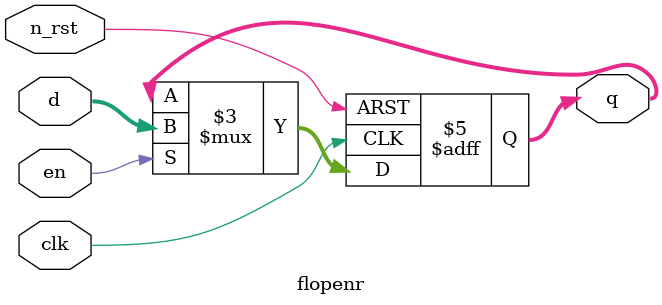
<source format=sv>
module flopenr#(
	parameter WIDTH=32,
	parameter RESET_VALUE=0
)
(
	clk,
	n_rst,
	en,
	d,
	q
);
	input clk, n_rst, en;
	input [WIDTH-1:0] d;
	output reg [WIDTH-1:0] q;	

	always@(posedge clk or negedge n_rst) begin 
		if(!n_rst) begin
			q <= RESET_VALUE;
		end
		else begin
			if(en)
				q <= d;
		end		
	end

endmodule

</source>
